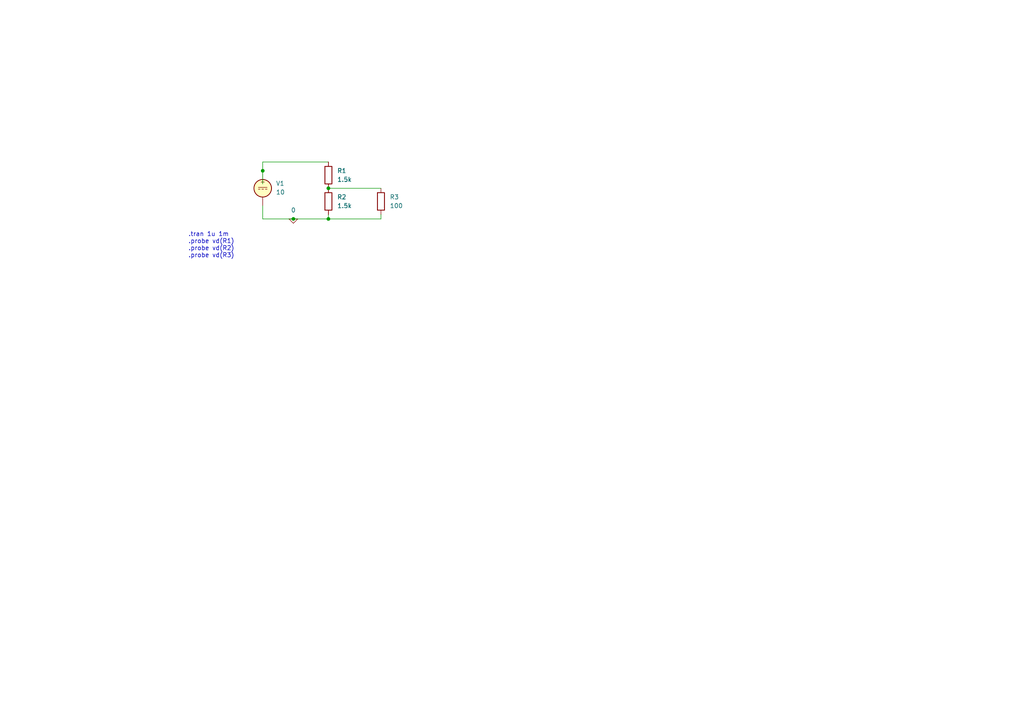
<source format=kicad_sch>
(kicad_sch (version 20230121) (generator eeschema)
  (paper "A4")
  (lib_symbols
    (symbol "Device:R" (pin_numbers hide) (pin_names (offset 0))
      (property "Reference" "R" (at 2.032 0 90))
      (property "Value" "R" (at 0 0 90))
      (symbol "R_0_1"
        (rectangle (start -1.016 -2.54) (end 1.016 2.54) (stroke (width 0.254)))
      )
      (symbol "R_1_1"
        (pin passive line (at 0 3.81 270) (length 1.27) (name "~") (number "1"))
        (pin passive line (at 0 -3.81 90) (length 1.27) (name "~") (number "2"))
      )
    )
    (symbol "Simulation_SPICE:0" (power) (pin_names (offset 0))
      (property "Value" "0" (at 0 -1.778 0))
      (symbol "0_0_1"
        (polyline (pts (xy -1.27 0) (xy 0 -1.27) (xy 1.27 0) (xy -1.27 0)))
      )
      (symbol "0_1_1"
        (pin power_in line (at 0 0 0) (length 0) hide (name "0") (number "1"))
      )
    )
    (symbol "Simulation_SPICE:VDC" (pin_numbers hide) (pin_names (offset 0.0254))
      (property "Reference" "V" (at 2.54 2.54 0))
      (property "Value" "1" (at 2.54 0 0))
      (symbol "VDC_0_0"
        (polyline (pts (xy -1.27 0.254) (xy 1.27 0.254)))
        (polyline (pts (xy -0.762 -0.254) (xy -1.27 -0.254)))
        (polyline (pts (xy 0.254 -0.254) (xy -0.254 -0.254)))
        (polyline (pts (xy 1.27 -0.254) (xy 0.762 -0.254)))
        (text "+" (at 0 1.905 0) (effects (font (size 1.27 1.27))))
      )
      (symbol "VDC_0_1"
        (circle (center 0 0) (radius 2.54) (stroke (width 0.254)) (fill (type background)))
      )
      (symbol "VDC_1_1"
        (pin passive line (at 0 5.08 270) (length 2.54) (name "~") (number "1"))
        (pin passive line (at 0 -5.08 90) (length 2.54) (name "~") (number "2"))
      )
    )
  )
  (junction (at 95.25 54.61))
  (junction (at 95.25 63.5))
  (junction (at 85.09 63.5))
  (junction (at 76.2 49.53))
  (wire (pts (xy 76.2 49.53) (xy 76.2 46.99)))
  (wire (pts (xy 76.2 63.5) (xy 85.09 63.5)))
  (wire (pts (xy 110.49 62.23) (xy 110.49 63.5)))
  (wire (pts (xy 76.2 46.99) (xy 95.25 46.99)))
  (wire (pts (xy 85.09 63.5) (xy 95.25 63.5)))
  (wire (pts (xy 76.2 63.5) (xy 76.2 59.69)))
  (wire (pts (xy 110.49 63.5) (xy 95.25 63.5)))
  (wire (pts (xy 95.25 63.5) (xy 95.25 62.23)))
  (wire (pts (xy 76.2 53.34) (xy 76.2 49.53)))
  (wire (pts (xy 95.25 54.61) (xy 110.49 54.61)))
  (text ".tran 1u 1m\n.probe vd(R1)\n.probe vd(R2)\n.probe vd(R3)" (at 54.61 74.93 0) (effects (font (size 1.27 1.27)) (justify left bottom)))
  (symbol (lib_id "Simulation_SPICE:VDC") (at 76.2 54.61 0) (unit 1)
    (property "Reference" "V1" (at 80.01 53.2102 0) (effects (justify left)))
    (property "Value" "10" (at 80.01 55.7502 0) (effects (justify left)))
    (property "Sim.Pins" "1=+ 2=-" (effects hide))
    (property "Sim.Type" "DC" (effects hide))
    (property "Sim.Device" "V" (effects hide))
  )
  (symbol (lib_id "Device:R") (at 95.25 58.42 0) (unit 1)
    (property "Reference" "R2" (at 97.79 57.15 0) (effects (justify left)))
    (property "Value" "1.5k" (at 97.79 59.69 0) (effects (justify left)))
  )
  (symbol (lib_id "Device:R") (at 110.49 58.42 0) (unit 1)
    (property "Reference" "R3" (at 113.03 57.15 0) (effects (justify left)))
    (property "Value" "100" (at 113.03 59.69 0) (effects (justify left)))
  )
  (symbol (lib_id "Device:R") (at 95.25 50.8 0) (unit 1)
    (property "Reference" "R1" (at 97.79 49.53 0) (effects (justify left)))
    (property "Value" "1.5k" (at 97.79 52.07 0) (effects (justify left)))
  )
  (symbol (lib_id "Simulation_SPICE:0") (at 85.09 63.5 0) (unit 1)
    (property "Reference" "#GND01" (effects hide))
    (property "Value" "0" (at 85.09 60.96 0))
  )
)
</source>
